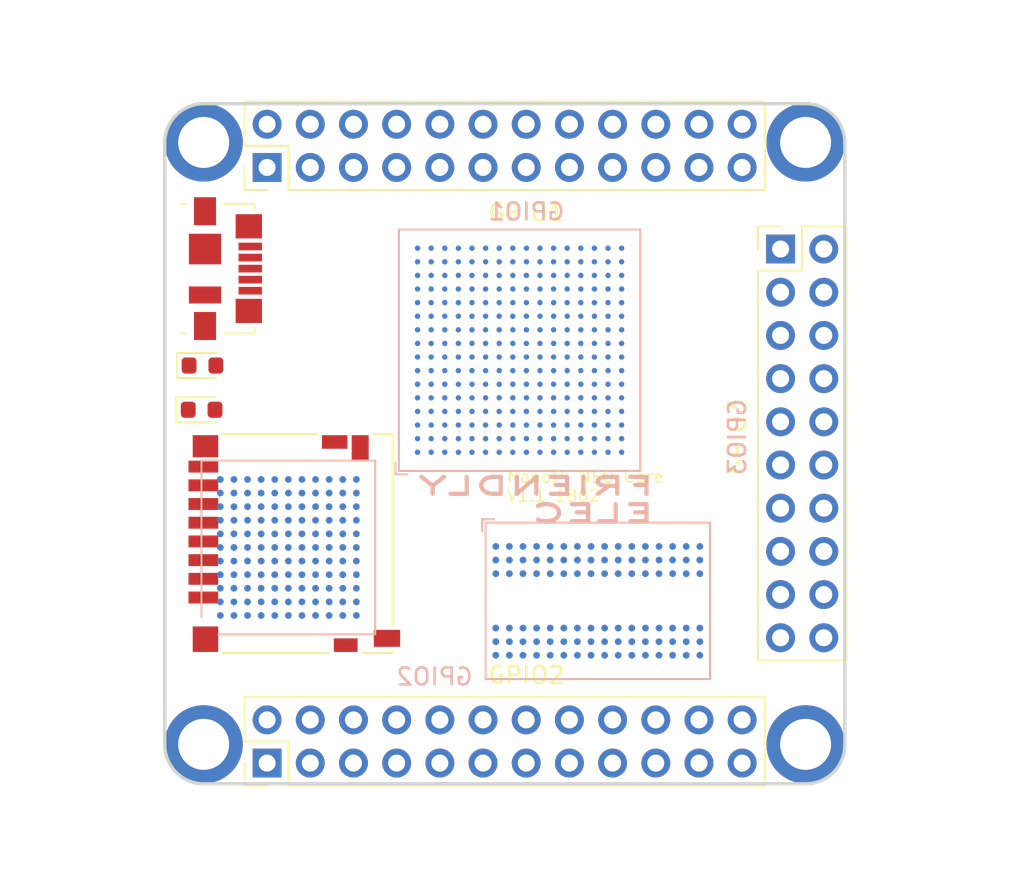
<source format=kicad_pcb>
(kicad_pcb (version 20210228) (generator pcbnew)
  (layers (0 "F.Cu" signal) (31 "B.Cu" signal) (34 "B.Paste" user) (35 "F.Paste" user) (36 "B.SilkS" user "B.Silkscreen") (37 "F.SilkS" user "F.Silkscreen") (38 "B.Mask" user) (39 "F.Mask" user) (44 "Edge.Cuts" user))
  (net 0 "")
  (footprint "Connector_PinHeader_2.54mm:PinHeader_2x12_P2.54mm_Vertical" (layer "F.Cu") (at 88.76 123.09 90)
    (fp_text reference "J1" hide)
    (fp_text value "Conn_02x12_Odd_Even")
    (pad "1" thru_hole rect (at 0 0 90) (size 1.7 1.7) (drill 1) (layers *.Cu *.Mask))
    (pad "2" thru_hole oval (at 2.54 0 90) (size 1.7 1.7) (drill 1) (layers *.Cu *.Mask))
    (pad "3" thru_hole oval (at 0 2.54 90) (size 1.7 1.7) (drill 1) (layers *.Cu *.Mask))
    (pad "4" thru_hole oval (at 2.54 2.54 90) (size 1.7 1.7) (drill 1) (layers *.Cu *.Mask))
    (pad "5" thru_hole oval (at 0 5.08 90) (size 1.7 1.7) (drill 1) (layers *.Cu *.Mask))
    (pad "6" thru_hole oval (at 2.54 5.08 90) (size 1.7 1.7) (drill 1) (layers *.Cu *.Mask))
    (pad "7" thru_hole oval (at 0 7.62 90) (size 1.7 1.7) (drill 1) (layers *.Cu *.Mask))
    (pad "8" thru_hole oval (at 2.54 7.62 90) (size 1.7 1.7) (drill 1) (layers *.Cu *.Mask))
    (pad "9" thru_hole oval (at 0 10.16 90) (size 1.7 1.7) (drill 1) (layers *.Cu *.Mask))
    (pad "10" thru_hole oval (at 2.54 10.16 90) (size 1.7 1.7) (drill 1) (layers *.Cu *.Mask))
    (pad "11" thru_hole oval (at 0 12.7 90) (size 1.7 1.7) (drill 1) (layers *.Cu *.Mask))
    (pad "12" thru_hole oval (at 2.54 12.7 90) (size 1.7 1.7) (drill 1) (layers *.Cu *.Mask))
    (pad "13" thru_hole oval (at 0 15.24 90) (size 1.7 1.7) (drill 1) (layers *.Cu *.Mask))
    (pad "14" thru_hole oval (at 2.54 15.24 90) (size 1.7 1.7) (drill 1) (layers *.Cu *.Mask))
    (pad "15" thru_hole oval (at 0 17.78 90) (size 1.7 1.7) (drill 1) (layers *.Cu *.Mask))
    (pad "16" thru_hole oval (at 2.54 17.78 90) (size 1.7 1.7) (drill 1) (layers *.Cu *.Mask))
    (pad "17" thru_hole oval (at 0 20.32 90) (size 1.7 1.7) (drill 1) (layers *.Cu *.Mask))
    (pad "18" thru_hole oval (at 2.54 20.32 90) (size 1.7 1.7) (drill 1) (layers *.Cu *.Mask))
    (pad "19" thru_hole oval (at 0 22.86 90) (size 1.7 1.7) (drill 1) (layers *.Cu *.Mask))
    (pad "20" thru_hole oval (at 2.54 22.86 90) (size 1.7 1.7) (drill 1) (layers *.Cu *.Mask))
    (pad "21" thru_hole oval (at 0 25.4 90) (size 1.7 1.7) (drill 1) (layers *.Cu *.Mask))
    (pad "22" thru_hole oval (at 2.54 25.4 90) (size 1.7 1.7) (drill 1) (layers *.Cu *.Mask))
    (pad "23" thru_hole oval (at 0 27.94 90) (size 1.7 1.7) (drill 1) (layers *.Cu *.Mask))
    (pad "24" thru_hole oval (at 2.54 27.94 90) (size 1.7 1.7) (drill 1) (layers *.Cu *.Mask))
  )
  (footprint "MountingHole:MountingHole_3mm_Pad" (layer "F.Cu") (at 120.43 121.62)
    (fp_text reference "H4" hide)
    (fp_text value "MountingHole")
    (pad "1" thru_hole circle (at 0 0) (size 4.6 4.6) (drill 3) (layers *.Cu *.Mask))
  )
  (footprint "LED_SMD:LED_0603_1608Metric" (layer "F.Cu") (at 84.91 137.34)
    (fp_text reference "D1" hide)
    (fp_text value "LED")
    (pad "1" smd roundrect (at -0.7875 0) (size 0.875 0.95) (layers "F.Cu" "F.Paste" "F.Mask"))
    (pad "2" smd roundrect (at 0.7875 0) (size 0.875 0.95) (layers "F.Cu" "F.Paste" "F.Mask"))
  )
  (footprint "Connector_Card:microSD_HC_Hirose_DM3D-SF" (layer "F.Cu") (at 90.36 145.21 -90)
    (fp_text reference "J5" hide)
    (fp_text value "Micro_SD_Card")
    (pad "1" smd rect (at 3.175 5.35 270) (size 0.7 1.75) (layers "F.Cu" "F.Paste" "F.Mask"))
    (pad "2" smd rect (at 2.075 5.35 270) (size 0.7 1.75) (layers "F.Cu" "F.Paste" "F.Mask"))
    (pad "3" smd rect (at 0.975 5.35 270) (size 0.7 1.75) (layers "F.Cu" "F.Paste" "F.Mask"))
    (pad "4" smd rect (at -0.125 5.35 270) (size 0.7 1.75) (layers "F.Cu" "F.Paste" "F.Mask"))
    (pad "5" smd rect (at -1.225 5.35 270) (size 0.7 1.75) (layers "F.Cu" "F.Paste" "F.Mask"))
    (pad "6" smd rect (at -2.325 5.35 270) (size 0.7 1.75) (layers "F.Cu" "F.Paste" "F.Mask"))
    (pad "7" smd rect (at -3.425 5.35 270) (size 0.7 1.75) (layers "F.Cu" "F.Paste" "F.Mask"))
    (pad "8" smd rect (at -4.525 5.35 270) (size 0.7 1.75) (layers "F.Cu" "F.Paste" "F.Mask"))
    (pad "9" smd rect (at -5.65 -3.875 270) (size 1.45 1) (layers "F.Cu" "F.Paste" "F.Mask"))
    (pad "10" smd rect (at 5.575 -5.45 270) (size 1 1.55) (layers "F.Cu" "F.Paste" "F.Mask"))
    (pad "11" smd rect (at -5.725 5.225 270) (size 1.3 1.5) (layers "F.Cu" "F.Paste" "F.Mask"))
    (pad "11" smd rect (at -5.975 -2.375 270) (size 0.8 1.5) (layers "F.Cu" "F.Paste" "F.Mask"))
    (pad "11" smd rect (at 5.625 5.225 270) (size 1.5 1.5) (layers "F.Cu" "F.Paste" "F.Mask"))
    (pad "11" smd rect (at 5.975 -3.025 270) (size 0.8 1.4) (layers "F.Cu" "F.Paste" "F.Mask"))
  )
  (footprint "Connector_PinHeader_2.54mm:PinHeader_2x10_P2.54mm_Vertical" (layer "F.Cu") (at 118.96 127.89)
    (fp_text reference "J3" hide)
    (fp_text value "Conn_02x10_Odd_Even")
    (pad "1" thru_hole rect (at 0 0) (size 1.7 1.7) (drill 1) (layers *.Cu *.Mask))
    (pad "2" thru_hole oval (at 2.54 0) (size 1.7 1.7) (drill 1) (layers *.Cu *.Mask))
    (pad "3" thru_hole oval (at 0 2.54) (size 1.7 1.7) (drill 1) (layers *.Cu *.Mask))
    (pad "4" thru_hole oval (at 2.54 2.54) (size 1.7 1.7) (drill 1) (layers *.Cu *.Mask))
    (pad "5" thru_hole oval (at 0 5.08) (size 1.7 1.7) (drill 1) (layers *.Cu *.Mask))
    (pad "6" thru_hole oval (at 2.54 5.08) (size 1.7 1.7) (drill 1) (layers *.Cu *.Mask))
    (pad "7" thru_hole oval (at 0 7.62) (size 1.7 1.7) (drill 1) (layers *.Cu *.Mask))
    (pad "8" thru_hole oval (at 2.54 7.62) (size 1.7 1.7) (drill 1) (layers *.Cu *.Mask))
    (pad "9" thru_hole oval (at 0 10.16) (size 1.7 1.7) (drill 1) (layers *.Cu *.Mask))
    (pad "10" thru_hole oval (at 2.54 10.16) (size 1.7 1.7) (drill 1) (layers *.Cu *.Mask))
    (pad "11" thru_hole oval (at 0 12.7) (size 1.7 1.7) (drill 1) (layers *.Cu *.Mask))
    (pad "12" thru_hole oval (at 2.54 12.7) (size 1.7 1.7) (drill 1) (layers *.Cu *.Mask))
    (pad "13" thru_hole oval (at 0 15.24) (size 1.7 1.7) (drill 1) (layers *.Cu *.Mask))
    (pad "14" thru_hole oval (at 2.54 15.24) (size 1.7 1.7) (drill 1) (layers *.Cu *.Mask))
    (pad "15" thru_hole oval (at 0 17.78) (size 1.7 1.7) (drill 1) (layers *.Cu *.Mask))
    (pad "16" thru_hole oval (at 2.54 17.78) (size 1.7 1.7) (drill 1) (layers *.Cu *.Mask))
    (pad "17" thru_hole oval (at 0 20.32) (size 1.7 1.7) (drill 1) (layers *.Cu *.Mask))
    (pad "18" thru_hole oval (at 2.54 20.32) (size 1.7 1.7) (drill 1) (layers *.Cu *.Mask))
    (pad "19" thru_hole oval (at 0 22.86) (size 1.7 1.7) (drill 1) (layers *.Cu *.Mask))
    (pad "20" thru_hole oval (at 2.54 22.86) (size 1.7 1.7) (drill 1) (layers *.Cu *.Mask))
  )
  (footprint "MountingHole:MountingHole_3mm_Pad" (layer "F.Cu") (at 120.43 157.02)
    (fp_text reference "H3" hide)
    (fp_text value "MountingHole")
    (pad "1" thru_hole circle (at 0 0) (size 4.6 4.6) (drill 3) (layers *.Cu *.Mask))
  )
  (footprint "MountingHole:MountingHole_3mm_Pad" (layer "F.Cu") (at 85.03 121.62)
    (fp_text reference "H1" hide)
    (fp_text value "MountingHole")
    (pad "1" thru_hole circle (at 0 0) (size 4.6 4.6) (drill 3) (layers *.Cu *.Mask))
  )
  (footprint "Connector_USB:USB_Micro-B_Molex_47346-0001" (layer "F.Cu") (at 86.31 129.04 -90)
    (fp_text reference "J4" hide)
    (fp_text value "USB_OTG")
    (pad "1" smd rect (at -1.3 -1.46 270) (size 0.45 1.38) (layers "F.Cu" "F.Paste" "F.Mask"))
    (pad "2" smd rect (at -0.65 -1.46 270) (size 0.45 1.38) (layers "F.Cu" "F.Paste" "F.Mask"))
    (pad "3" smd rect (at 0 -1.46 270) (size 0.45 1.38) (layers "F.Cu" "F.Paste" "F.Mask"))
    (pad "4" smd rect (at 0.65 -1.46 270) (size 0.45 1.38) (layers "F.Cu" "F.Paste" "F.Mask"))
    (pad "5" smd rect (at 1.3 -1.46 270) (size 0.45 1.38) (layers "F.Cu" "F.Paste" "F.Mask"))
    (pad "6" smd rect (at -1.15 1.2 270) (size 1.8 1.9) (layers "F.Cu" "F.Paste" "F.Mask"))
    (pad "6" smd rect (at -3.375 1.2 270) (size 1.65 1.3) (layers "F.Cu" "F.Paste" "F.Mask"))
    (pad "6" smd rect (at -2.4875 -1.375 270) (size 1.425 1.55) (layers "F.Cu" "F.Paste" "F.Mask"))
    (pad "6" smd rect (at 1.55 1.2 270) (size 1 1.9) (layers "F.Cu" "F.Paste" "F.Mask"))
    (pad "6" smd rect (at 2.4875 -1.375 270) (size 1.425 1.55) (layers "F.Cu" "F.Paste" "F.Mask"))
    (pad "6" smd rect (at 3.375 1.2 270) (size 1.65 1.3) (layers "F.Cu" "F.Paste" "F.Mask"))
  )
  (footprint "MountingHole:MountingHole_3mm_Pad" (layer "F.Cu") (at 85.03 157.02)
    (fp_text reference "H2" hide)
    (fp_text value "MountingHole")
    (pad "1" thru_hole circle (at 0 0) (size 4.6 4.6) (drill 3) (layers *.Cu *.Mask))
  )
  (footprint "Connector_PinHeader_2.54mm:PinHeader_2x12_P2.54mm_Vertical" (layer "F.Cu") (at 88.76 158.12 90)
    (fp_text reference "J2" hide)
    (fp_text value "Conn_02x12_Odd_Even")
    (pad "1" thru_hole rect (at 0 0 90) (size 1.7 1.7) (drill 1) (layers *.Cu *.Mask))
    (pad "2" thru_hole oval (at 2.54 0 90) (size 1.7 1.7) (drill 1) (layers *.Cu *.Mask))
    (pad "3" thru_hole oval (at 0 2.54 90) (size 1.7 1.7) (drill 1) (layers *.Cu *.Mask))
    (pad "4" thru_hole oval (at 2.54 2.54 90) (size 1.7 1.7) (drill 1) (layers *.Cu *.Mask))
    (pad "5" thru_hole oval (at 0 5.08 90) (size 1.7 1.7) (drill 1) (layers *.Cu *.Mask))
    (pad "6" thru_hole oval (at 2.54 5.08 90) (size 1.7 1.7) (drill 1) (layers *.Cu *.Mask))
    (pad "7" thru_hole oval (at 0 7.62 90) (size 1.7 1.7) (drill 1) (layers *.Cu *.Mask))
    (pad "8" thru_hole oval (at 2.54 7.62 90) (size 1.7 1.7) (drill 1) (layers *.Cu *.Mask))
    (pad "9" thru_hole oval (at 0 10.16 90) (size 1.7 1.7) (drill 1) (layers *.Cu *.Mask))
    (pad "10" thru_hole oval (at 2.54 10.16 90) (size 1.7 1.7) (drill 1) (layers *.Cu *.Mask))
    (pad "11" thru_hole oval (at 0 12.7 90) (size 1.7 1.7) (drill 1) (layers *.Cu *.Mask))
    (pad "12" thru_hole oval (at 2.54 12.7 90) (size 1.7 1.7) (drill 1) (layers *.Cu *.Mask))
    (pad "13" thru_hole oval (at 0 15.24 90) (size 1.7 1.7) (drill 1) (layers *.Cu *.Mask))
    (pad "14" thru_hole oval (at 2.54 15.24 90) (size 1.7 1.7) (drill 1) (layers *.Cu *.Mask))
    (pad "15" thru_hole oval (at 0 17.78 90) (size 1.7 1.7) (drill 1) (layers *.Cu *.Mask))
    (pad "16" thru_hole oval (at 2.54 17.78 90) (size 1.7 1.7) (drill 1) (layers *.Cu *.Mask))
    (pad "17" thru_hole oval (at 0 20.32 90) (size 1.7 1.7) (drill 1) (layers *.Cu *.Mask))
    (pad "18" thru_hole oval (at 2.54 20.32 90) (size 1.7 1.7) (drill 1) (layers *.Cu *.Mask))
    (pad "19" thru_hole oval (at 0 22.86 90) (size 1.7 1.7) (drill 1) (layers *.Cu *.Mask))
    (pad "20" thru_hole oval (at 2.54 22.86 90) (size 1.7 1.7) (drill 1) (layers *.Cu *.Mask))
    (pad "21" thru_hole oval (at 0 25.4 90) (size 1.7 1.7) (drill 1) (layers *.Cu *.Mask))
    (pad "22" thru_hole oval (at 2.54 25.4 90) (size 1.7 1.7) (drill 1) (layers *.Cu *.Mask))
    (pad "23" thru_hole oval (at 0 27.94 90) (size 1.7 1.7) (drill 1) (layers *.Cu *.Mask))
    (pad "24" thru_hole oval (at 2.54 27.94 90) (size 1.7 1.7) (drill 1) (layers *.Cu *.Mask))
  )
  (footprint "LED_SMD:LED_0603_1608Metric" (layer "F.Cu") (at 84.96 134.74)
    (fp_text reference "D2" hide)
    (fp_text value "LED")
    (pad "1" smd roundrect (at -0.7875 0) (size 0.875 0.95) (layers "F.Cu" "F.Paste" "F.Mask"))
    (pad "2" smd roundrect (at 0.7875 0) (size 0.875 0.95) (layers "F.Cu" "F.Paste" "F.Mask"))
  )
  (footprint "Package_BGA:BGA-96_9.0x13.0mm_Layout2x3x16_P0.8mm" (layer "B.Cu") (at 108.21 148.58 -90)
    (fp_text reference "REF**" hide)
    (fp_text value "BGA-96_9.0x13.0mm_Layout2x3x16_P0.8mm")
    (pad "A1" smd circle (at -3.2 6 270) (size 0.4 0.4) (layers "B.Cu" "B.Paste" "B.Mask"))
    (pad "A2" smd circle (at -2.4 6 270) (size 0.4 0.4) (layers "B.Cu" "B.Paste" "B.Mask"))
    (pad "A3" smd circle (at -1.6 6 270) (size 0.4 0.4) (layers "B.Cu" "B.Paste" "B.Mask"))
    (pad "A7" smd circle (at 1.6 6 270) (size 0.4 0.4) (layers "B.Cu" "B.Paste" "B.Mask"))
    (pad "A8" smd circle (at 2.4 6 270) (size 0.4 0.4) (layers "B.Cu" "B.Paste" "B.Mask"))
    (pad "A9" smd circle (at 3.2 6 270) (size 0.4 0.4) (layers "B.Cu" "B.Paste" "B.Mask"))
    (pad "B1" smd circle (at -3.2 5.2 270) (size 0.4 0.4) (layers "B.Cu" "B.Paste" "B.Mask"))
    (pad "B2" smd circle (at -2.4 5.2 270) (size 0.4 0.4) (layers "B.Cu" "B.Paste" "B.Mask"))
    (pad "B3" smd circle (at -1.6 5.2 270) (size 0.4 0.4) (layers "B.Cu" "B.Paste" "B.Mask"))
    (pad "B7" smd circle (at 1.6 5.2 270) (size 0.4 0.4) (layers "B.Cu" "B.Paste" "B.Mask"))
    (pad "B8" smd circle (at 2.4 5.2 270) (size 0.4 0.4) (layers "B.Cu" "B.Paste" "B.Mask"))
    (pad "B9" smd circle (at 3.2 5.2 270) (size 0.4 0.4) (layers "B.Cu" "B.Paste" "B.Mask"))
    (pad "C1" smd circle (at -3.2 4.4 270) (size 0.4 0.4) (layers "B.Cu" "B.Paste" "B.Mask"))
    (pad "C2" smd circle (at -2.4 4.4 270) (size 0.4 0.4) (layers "B.Cu" "B.Paste" "B.Mask"))
    (pad "C3" smd circle (at -1.6 4.4 270) (size 0.4 0.4) (layers "B.Cu" "B.Paste" "B.Mask"))
    (pad "C7" smd circle (at 1.6 4.4 270) (size 0.4 0.4) (layers "B.Cu" "B.Paste" "B.Mask"))
    (pad "C8" smd circle (at 2.4 4.4 270) (size 0.4 0.4) (layers "B.Cu" "B.Paste" "B.Mask"))
    (pad "C9" smd circle (at 3.2 4.4 270) (size 0.4 0.4) (layers "B.Cu" "B.Paste" "B.Mask"))
    (pad "D1" smd circle (at -3.2 3.6 270) (size 0.4 0.4) (layers "B.Cu" "B.Paste" "B.Mask"))
    (pad "D2" smd circle (at -2.4 3.6 270) (size 0.4 0.4) (layers "B.Cu" "B.Paste" "B.Mask"))
    (pad "D3" smd circle (at -1.6 3.6 270) (size 0.4 0.4) (layers "B.Cu" "B.Paste" "B.Mask"))
    (pad "D7" smd circle (at 1.6 3.6 270) (size 0.4 0.4) (layers "B.Cu" "B.Paste" "B.Mask"))
    (pad "D8" smd circle (at 2.4 3.6 270) (size 0.4 0.4) (layers "B.Cu" "B.Paste" "B.Mask"))
    (pad "D9" smd circle (at 3.2 3.6 270) (size 0.4 0.4) (layers "B.Cu" "B.Paste" "B.Mask"))
    (pad "E1" smd circle (at -3.2 2.8 270) (size 0.4 0.4) (layers "B.Cu" "B.Paste" "B.Mask"))
    (pad "E2" smd circle (at -2.4 2.8 270) (size 0.4 0.4) (layers "B.Cu" "B.Paste" "B.Mask"))
    (pad "E3" smd circle (at -1.6 2.8 270) (size 0.4 0.4) (layers "B.Cu" "B.Paste" "B.Mask"))
    (pad "E7" smd circle (at 1.6 2.8 270) (size 0.4 0.4) (layers "B.Cu" "B.Paste" "B.Mask"))
    (pad "E8" smd circle (at 2.4 2.8 270) (size 0.4 0.4) (layers "B.Cu" "B.Paste" "B.Mask"))
    (pad "E9" smd circle (at 3.2 2.8 270) (size 0.4 0.4) (layers "B.Cu" "B.Paste" "B.Mask"))
    (pad "F1" smd circle (at -3.2 2 270) (size 0.4 0.4) (layers "B.Cu" "B.Paste" "B.Mask"))
    (pad "F2" smd circle (at -2.4 2 270) (size 0.4 0.4) (layers "B.Cu" "B.Paste" "B.Mask"))
    (pad "F3" smd circle (at -1.6 2 270) (size 0.4 0.4) (layers "B.Cu" "B.Paste" "B.Mask"))
    (pad "F7" smd circle (at 1.6 2 270) (size 0.4 0.4) (layers "B.Cu" "B.Paste" "B.Mask"))
    (pad "F8" smd circle (at 2.4 2 270) (size 0.4 0.4) (layers "B.Cu" "B.Paste" "B.Mask"))
    (pad "F9" smd circle (at 3.2 2 270) (size 0.4 0.4) (layers "B.Cu" "B.Paste" "B.Mask"))
    (pad "G1" smd circle (at -3.2 1.2 270) (size 0.4 0.4) (layers "B.Cu" "B.Paste" "B.Mask"))
    (pad "G2" smd circle (at -2.4 1.2 270) (size 0.4 0.4) (layers "B.Cu" "B.Paste" "B.Mask"))
    (pad "G3" smd circle (at -1.6 1.2 270) (size 0.4 0.4) (layers "B.Cu" "B.Paste" "B.Mask"))
    (pad "G7" smd circle (at 1.6 1.2 270) (size 0.4 0.4) (layers "B.Cu" "B.Paste" "B.Mask"))
    (pad "G8" smd circle (at 2.4 1.2 270) (size 0.4 0.4) (layers "B.Cu" "B.Paste" "B.Mask"))
    (pad "G9" smd circle (at 3.2 1.2 270) (size 0.4 0.4) (layers "B.Cu" "B.Paste" "B.Mask"))
    (pad "H1" smd circle (at -3.2 0.4 270) (size 0.4 0.4) (layers "B.Cu" "B.Paste" "B.Mask"))
    (pad "H2" smd circle (at -2.4 0.4 270) (size 0.4 0.4) (layers "B.Cu" "B.Paste" "B.Mask"))
    (pad "H3" smd circle (at -1.6 0.4 270) (size 0.4 0.4) (layers "B.Cu" "B.Paste" "B.Mask"))
    (pad "H7" smd circle (at 1.6 0.4 270) (size 0.4 0.4) (layers "B.Cu" "B.Paste" "B.Mask"))
    (pad "H8" smd circle (at 2.4 0.4 270) (size 0.4 0.4) (layers "B.Cu" "B.Paste" "B.Mask"))
    (pad "H9" smd circle (at 3.2 0.4 270) (size 0.4 0.4) (layers "B.Cu" "B.Paste" "B.Mask"))
    (pad "J1" smd circle (at -3.2 -0.4 270) (size 0.4 0.4) (layers "B.Cu" "B.Paste" "B.Mask"))
    (pad "J2" smd circle (at -2.4 -0.4 270) (size 0.4 0.4) (layers "B.Cu" "B.Paste" "B.Mask"))
    (pad "J3" smd circle (at -1.6 -0.4 270) (size 0.4 0.4) (layers "B.Cu" "B.Paste" "B.Mask"))
    (pad "J7" smd circle (at 1.6 -0.4 270) (size 0.4 0.4) (layers "B.Cu" "B.Paste" "B.Mask"))
    (pad "J8" smd circle (at 2.4 -0.4 270) (size 0.4 0.4) (layers "B.Cu" "B.Paste" "B.Mask"))
    (pad "J9" smd circle (at 3.2 -0.4 270) (size 0.4 0.4) (layers "B.Cu" "B.Paste" "B.Mask"))
    (pad "K1" smd circle (at -3.2 -1.2 270) (size 0.4 0.4) (layers "B.Cu" "B.Paste" "B.Mask"))
    (pad "K2" smd circle (at -2.4 -1.2 270) (size 0.4 0.4) (layers "B.Cu" "B.Paste" "B.Mask"))
    (pad "K3" smd circle (at -1.6 -1.2 270) (size 0.4 0.4) (layers "B.Cu" "B.Paste" "B.Mask"))
    (pad "K7" smd circle (at 1.6 -1.2 270) (size 0.4 0.4) (layers "B.Cu" "B.Paste" "B.Mask"))
    (pad "K8" smd circle (at 2.4 -1.2 270) (size 0.4 0.4) (layers "B.Cu" "B.Paste" "B.Mask"))
    (pad "K9" smd circle (at 3.2 -1.2 270) (size 0.4 0.4) (layers "B.Cu" "B.Paste" "B.Mask"))
    (pad "L1" smd circle (at -3.2 -2 270) (size 0.4 0.4) (layers "B.Cu" "B.Paste" "B.Mask"))
    (pad "L2" smd circle (at -2.4 -2 270) (size 0.4 0.4) (layers "B.Cu" "B.Paste" "B.Mask"))
    (pad "L3" smd circle (at -1.6 -2 270) (size 0.4 0.4) (layers "B.Cu" "B.Paste" "B.Mask"))
    (pad "L7" smd circle (at 1.6 -2 270) (size 0.4 0.4) (layers "B.Cu" "B.Paste" "B.Mask"))
    (pad "L8" smd circle (at 2.4 -2 270) (size 0.4 0.4) (layers "B.Cu" "B.Paste" "B.Mask"))
    (pad "L9" smd circle (at 3.2 -2 270) (size 0.4 0.4) (layers "B.Cu" "B.Paste" "B.Mask"))
    (pad "M1" smd circle (at -3.2 -2.8 270) (size 0.4 0.4) (layers "B.Cu" "B.Paste" "B.Mask"))
    (pad "M2" smd circle (at -2.4 -2.8 270) (size 0.4 0.4) (layers "B.Cu" "B.Paste" "B.Mask"))
    (pad "M3" smd circle (at -1.6 -2.8 270) (size 0.4 0.4) (layers "B.Cu" "B.Paste" "B.Mask"))
    (pad "M7" smd circle (at 1.6 -2.8 270) (size 0.4 0.4) (layers "B.Cu" "B.Paste" "B.Mask"))
    (pad "M8" smd circle (at 2.4 -2.8 270) (size 0.4 0.4) (layers "B.Cu" "B.Paste" "B.Mask"))
    (pad "M9" smd circle (at 3.2 -2.8 270) (size 0.4 0.4) (layers "B.Cu" "B.Paste" "B.Mask"))
    (pad "N1" smd circle (at -3.2 -3.6 270) (size 0.4 0.4) (layers "B.Cu" "B.Paste" "B.Mask"))
    (pad "N2" smd circle (at -2.4 -3.6 270) (size 0.4 0.4) (layers "B.Cu" "B.Paste" "B.Mask"))
    (pad "N3" smd circle (at -1.6 -3.6 270) (size 0.4 0.4) (layers "B.Cu" "B.Paste" "B.Mask"))
    (pad "N7" smd circle (at 1.6 -3.6 270) (size 0.4 0.4) (layers "B.Cu" "B.Paste" "B.Mask"))
    (pad "N8" smd circle (at 2.4 -3.6 270) (size 0.4 0.4) (layers "B.Cu" "B.Paste" "B.Mask"))
    (pad "N9" smd circle (at 3.2 -3.6 270) (size 0.4 0.4) (layers "B.Cu" "B.Paste" "B.Mask"))
    (pad "P1" smd circle (at -3.2 -4.4 270) (size 0.4 0.4) (layers "B.Cu" "B.Paste" "B.Mask"))
    (pad "P2" smd circle (at -2.4 -4.4 270) (size 0.4 0.4) (layers "B.Cu" "B.Paste" "B.Mask"))
    (pad "P3" smd circle (at -1.6 -4.4 270) (size 0.4 0.4) (layers "B.Cu" "B.Paste" "B.Mask"))
    (pad "P7" smd circle (at 1.6 -4.4 270) (size 0.4 0.4) (layers "B.Cu" "B.Paste" "B.Mask"))
    (pad "P8" smd circle (at 2.4 -4.4 270) (size 0.4 0.4) (layers "B.Cu" "B.Paste" "B.Mask"))
    (pad "P9" smd circle (at 3.2 -4.4 270) (size 0.4 0.4) (layers "B.Cu" "B.Paste" "B.Mask"))
    (pad "R1" smd circle (at -3.2 -5.2 270) (size 0.4 0.4) (layers "B.Cu" "B.Paste" "B.Mask"))
    (pad "R2" smd circle (at -2.4 -5.2 270) (size 0.4 0.4) (layers "B.Cu" "B.Paste" "B.Mask"))
    (pad "R3" smd circle (at -1.6 -5.2 270) (size 0.4 0.4) (layers "B.Cu" "B.Paste" "B.Mask"))
    (pad "R7" smd circle (at 1.6 -5.2 270) (size 0.4 0.4) (layers "B.Cu" "B.Paste" "B.Mask"))
    (pad "R8" smd circle (at 2.4 -5.2 270) (size 0.4 0.4) (layers "B.Cu" "B.Paste" "B.Mask"))
    (pad "R9" smd circle (at 3.2 -5.2 270) (size 0.4 0.4) (layers "B.Cu" "B.Paste" "B.Mask"))
    (pad "T1" smd circle (at -3.2 -6 270) (size 0.4 0.4) (layers "B.Cu" "B.Paste" "B.Mask"))
    (pad "T2" smd circle (at -2.4 -6 270) (size 0.4 0.4) (layers "B.Cu" "B.Paste" "B.Mask"))
    (pad "T3" smd circle (at -1.6 -6 270) (size 0.4 0.4) (layers "B.Cu" "B.Paste" "B.Mask"))
    (pad "T7" smd circle (at 1.6 -6 270) (size 0.4 0.4) (layers "B.Cu" "B.Paste" "B.Mask"))
    (pad "T8" smd circle (at 2.4 -6 270) (size 0.4 0.4) (layers "B.Cu" "B.Paste" "B.Mask"))
    (pad "T9" smd circle (at 3.2 -6 270) (size 0.4 0.4) (layers "B.Cu" "B.Paste" "B.Mask"))
  )
  (footprint "Package_BGA:BGA-256_14.0x14.0mm_Layout16x16_P0.8mm_Ball0.45mm_Pad0.32mm_NSMD" (layer "B.Cu") (at 103.61 133.84)
    (fp_text reference "REF**" hide)
    (fp_text value "BGA-256_14.0x14.0mm_Layout16x16_P0.8mm_Ball0.45mm_Pad0.32mm_NSMD")
    (pad "A1" smd circle (at -6 6) (size 0.32 0.32) (layers "B.Cu" "B.Paste" "B.Mask"))
    (pad "A2" smd circle (at -5.2 6) (size 0.32 0.32) (layers "B.Cu" "B.Paste" "B.Mask"))
    (pad "A3" smd circle (at -4.4 6) (size 0.32 0.32) (layers "B.Cu" "B.Paste" "B.Mask"))
    (pad "A4" smd circle (at -3.6 6) (size 0.32 0.32) (layers "B.Cu" "B.Paste" "B.Mask"))
    (pad "A5" smd circle (at -2.8 6) (size 0.32 0.32) (layers "B.Cu" "B.Paste" "B.Mask"))
    (pad "A6" smd circle (at -2 6) (size 0.32 0.32) (layers "B.Cu" "B.Paste" "B.Mask"))
    (pad "A7" smd circle (at -1.2 6) (size 0.32 0.32) (layers "B.Cu" "B.Paste" "B.Mask"))
    (pad "A8" smd circle (at -0.4 6) (size 0.32 0.32) (layers "B.Cu" "B.Paste" "B.Mask"))
    (pad "A9" smd circle (at 0.4 6) (size 0.32 0.32) (layers "B.Cu" "B.Paste" "B.Mask"))
    (pad "A10" smd circle (at 1.2 6) (size 0.32 0.32) (layers "B.Cu" "B.Paste" "B.Mask"))
    (pad "A11" smd circle (at 2 6) (size 0.32 0.32) (layers "B.Cu" "B.Paste" "B.Mask"))
    (pad "A12" smd circle (at 2.8 6) (size 0.32 0.32) (layers "B.Cu" "B.Paste" "B.Mask"))
    (pad "A13" smd circle (at 3.6 6) (size 0.32 0.32) (layers "B.Cu" "B.Paste" "B.Mask"))
    (pad "A14" smd circle (at 4.4 6) (size 0.32 0.32) (layers "B.Cu" "B.Paste" "B.Mask"))
    (pad "A15" smd circle (at 5.2 6) (size 0.32 0.32) (layers "B.Cu" "B.Paste" "B.Mask"))
    (pad "A16" smd circle (at 6 6) (size 0.32 0.32) (layers "B.Cu" "B.Paste" "B.Mask"))
    (pad "B1" smd circle (at -6 5.2) (size 0.32 0.32) (layers "B.Cu" "B.Paste" "B.Mask"))
    (pad "B2" smd circle (at -5.2 5.2) (size 0.32 0.32) (layers "B.Cu" "B.Paste" "B.Mask"))
    (pad "B3" smd circle (at -4.4 5.2) (size 0.32 0.32) (layers "B.Cu" "B.Paste" "B.Mask"))
    (pad "B4" smd circle (at -3.6 5.2) (size 0.32 0.32) (layers "B.Cu" "B.Paste" "B.Mask"))
    (pad "B5" smd circle (at -2.8 5.2) (size 0.32 0.32) (layers "B.Cu" "B.Paste" "B.Mask"))
    (pad "B6" smd circle (at -2 5.2) (size 0.32 0.32) (layers "B.Cu" "B.Paste" "B.Mask"))
    (pad "B7" smd circle (at -1.2 5.2) (size 0.32 0.32) (layers "B.Cu" "B.Paste" "B.Mask"))
    (pad "B8" smd circle (at -0.4 5.2) (size 0.32 0.32) (layers "B.Cu" "B.Paste" "B.Mask"))
    (pad "B9" smd circle (at 0.4 5.2) (size 0.32 0.32) (layers "B.Cu" "B.Paste" "B.Mask"))
    (pad "B10" smd circle (at 1.2 5.2) (size 0.32 0.32) (layers "B.Cu" "B.Paste" "B.Mask"))
    (pad "B11" smd circle (at 2 5.2) (size 0.32 0.32) (layers "B.Cu" "B.Paste" "B.Mask"))
    (pad "B12" smd circle (at 2.8 5.2) (size 0.32 0.32) (layers "B.Cu" "B.Paste" "B.Mask"))
    (pad "B13" smd circle (at 3.6 5.2) (size 0.32 0.32) (layers "B.Cu" "B.Paste" "B.Mask"))
    (pad "B14" smd circle (at 4.4 5.2) (size 0.32 0.32) (layers "B.Cu" "B.Paste" "B.Mask"))
    (pad "B15" smd circle (at 5.2 5.2) (size 0.32 0.32) (layers "B.Cu" "B.Paste" "B.Mask"))
    (pad "B16" smd circle (at 6 5.2) (size 0.32 0.32) (layers "B.Cu" "B.Paste" "B.Mask"))
    (pad "C1" smd circle (at -6 4.4) (size 0.32 0.32) (layers "B.Cu" "B.Paste" "B.Mask"))
    (pad "C2" smd circle (at -5.2 4.4) (size 0.32 0.32) (layers "B.Cu" "B.Paste" "B.Mask"))
    (pad "C3" smd circle (at -4.4 4.4) (size 0.32 0.32) (layers "B.Cu" "B.Paste" "B.Mask"))
    (pad "C4" smd circle (at -3.6 4.4) (size 0.32 0.32) (layers "B.Cu" "B.Paste" "B.Mask"))
    (pad "C5" smd circle (at -2.8 4.4) (size 0.32 0.32) (layers "B.Cu" "B.Paste" "B.Mask"))
    (pad "C6" smd circle (at -2 4.4) (size 0.32 0.32) (layers "B.Cu" "B.Paste" "B.Mask"))
    (pad "C7" smd circle (at -1.2 4.4) (size 0.32 0.32) (layers "B.Cu" "B.Paste" "B.Mask"))
    (pad "C8" smd circle (at -0.4 4.4) (size 0.32 0.32) (layers "B.Cu" "B.Paste" "B.Mask"))
    (pad "C9" smd circle (at 0.4 4.4) (size 0.32 0.32) (layers "B.Cu" "B.Paste" "B.Mask"))
    (pad "C10" smd circle (at 1.2 4.4) (size 0.32 0.32) (layers "B.Cu" "B.Paste" "B.Mask"))
    (pad "C11" smd circle (at 2 4.4) (size 0.32 0.32) (layers "B.Cu" "B.Paste" "B.Mask"))
    (pad "C12" smd circle (at 2.8 4.4) (size 0.32 0.32) (layers "B.Cu" "B.Paste" "B.Mask"))
    (pad "C13" smd circle (at 3.6 4.4) (size 0.32 0.32) (layers "B.Cu" "B.Paste" "B.Mask"))
    (pad "C14" smd circle (at 4.4 4.4) (size 0.32 0.32) (layers "B.Cu" "B.Paste" "B.Mask"))
    (pad "C15" smd circle (at 5.2 4.4) (size 0.32 0.32) (layers "B.Cu" "B.Paste" "B.Mask"))
    (pad "C16" smd circle (at 6 4.4) (size 0.32 0.32) (layers "B.Cu" "B.Paste" "B.Mask"))
    (pad "D1" smd circle (at -6 3.6) (size 0.32 0.32) (layers "B.Cu" "B.Paste" "B.Mask"))
    (pad "D2" smd circle (at -5.2 3.6) (size 0.32 0.32) (layers "B.Cu" "B.Paste" "B.Mask"))
    (pad "D3" smd circle (at -4.4 3.6) (size 0.32 0.32) (layers "B.Cu" "B.Paste" "B.Mask"))
    (pad "D4" smd circle (at -3.6 3.6) (size 0.32 0.32) (layers "B.Cu" "B.Paste" "B.Mask"))
    (pad "D5" smd circle (at -2.8 3.6) (size 0.32 0.32) (layers "B.Cu" "B.Paste" "B.Mask"))
    (pad "D6" smd circle (at -2 3.6) (size 0.32 0.32) (layers "B.Cu" "B.Paste" "B.Mask"))
    (pad "D7" smd circle (at -1.2 3.6) (size 0.32 0.32) (layers "B.Cu" "B.Paste" "B.Mask"))
    (pad "D8" smd circle (at -0.4 3.6) (size 0.32 0.32) (layers "B.Cu" "B.Paste" "B.Mask"))
    (pad "D9" smd circle (at 0.4 3.6) (size 0.32 0.32) (layers "B.Cu" "B.Paste" "B.Mask"))
    (pad "D10" smd circle (at 1.2 3.6) (size 0.32 0.32) (layers "B.Cu" "B.Paste" "B.Mask"))
    (pad "D11" smd circle (at 2 3.6) (size 0.32 0.32) (layers "B.Cu" "B.Paste" "B.Mask"))
    (pad "D12" smd circle (at 2.8 3.6) (size 0.32 0.32) (layers "B.Cu" "B.Paste" "B.Mask"))
    (pad "D13" smd circle (at 3.6 3.6) (size 0.32 0.32) (layers "B.Cu" "B.Paste" "B.Mask"))
    (pad "D14" smd circle (at 4.4 3.6) (size 0.32 0.32) (layers "B.Cu" "B.Paste" "B.Mask"))
    (pad "D15" smd circle (at 5.2 3.6) (size 0.32 0.32) (layers "B.Cu" "B.Paste" "B.Mask"))
    (pad "D16" smd circle (at 6 3.6) (size 0.32 0.32) (layers "B.Cu" "B.Paste" "B.Mask"))
    (pad "E1" smd circle (at -6 2.8) (size 0.32 0.32) (layers "B.Cu" "B.Paste" "B.Mask"))
    (pad "E2" smd circle (at -5.2 2.8) (size 0.32 0.32) (layers "B.Cu" "B.Paste" "B.Mask"))
    (pad "E3" smd circle (at -4.4 2.8) (size 0.32 0.32) (layers "B.Cu" "B.Paste" "B.Mask"))
    (pad "E4" smd circle (at -3.6 2.8) (size 0.32 0.32) (layers "B.Cu" "B.Paste" "B.Mask"))
    (pad "E5" smd circle (at -2.8 2.8) (size 0.32 0.32) (layers "B.Cu" "B.Paste" "B.Mask"))
    (pad "E6" smd circle (at -2 2.8) (size 0.32 0.32) (layers "B.Cu" "B.Paste" "B.Mask"))
    (pad "E7" smd circle (at -1.2 2.8) (size 0.32 0.32) (layers "B.Cu" "B.Paste" "B.Mask"))
    (pad "E8" smd circle (at -0.4 2.8) (size 0.32 0.32) (layers "B.Cu" "B.Paste" "B.Mask"))
    (pad "E9" smd circle (at 0.4 2.8) (size 0.32 0.32) (layers "B.Cu" "B.Paste" "B.Mask"))
    (pad "E10" smd circle (at 1.2 2.8) (size 0.32 0.32) (layers "B.Cu" "B.Paste" "B.Mask"))
    (pad "E11" smd circle (at 2 2.8) (size 0.32 0.32) (layers "B.Cu" "B.Paste" "B.Mask"))
    (pad "E12" smd circle (at 2.8 2.8) (size 0.32 0.32) (layers "B.Cu" "B.Paste" "B.Mask"))
    (pad "E13" smd circle (at 3.6 2.8) (size 0.32 0.32) (layers "B.Cu" "B.Paste" "B.Mask"))
    (pad "E14" smd circle (at 4.4 2.8) (size 0.32 0.32) (layers "B.Cu" "B.Paste" "B.Mask"))
    (pad "E15" smd circle (at 5.2 2.8) (size 0.32 0.32) (layers "B.Cu" "B.Paste" "B.Mask"))
    (pad "E16" smd circle (at 6 2.8) (size 0.32 0.32) (layers "B.Cu" "B.Paste" "B.Mask"))
    (pad "F1" smd circle (at -6 2) (size 0.32 0.32) (layers "B.Cu" "B.Paste" "B.Mask"))
    (pad "F2" smd circle (at -5.2 2) (size 0.32 0.32) (layers "B.Cu" "B.Paste" "B.Mask"))
    (pad "F3" smd circle (at -4.4 2) (size 0.32 0.32) (layers "B.Cu" "B.Paste" "B.Mask"))
    (pad "F4" smd circle (at -3.6 2) (size 0.32 0.32) (layers "B.Cu" "B.Paste" "B.Mask"))
    (pad "F5" smd circle (at -2.8 2) (size 0.32 0.32) (layers "B.Cu" "B.Paste" "B.Mask"))
    (pad "F6" smd circle (at -2 2) (size 0.32 0.32) (layers "B.Cu" "B.Paste" "B.Mask"))
    (pad "F7" smd circle (at -1.2 2) (size 0.32 0.32) (layers "B.Cu" "B.Paste" "B.Mask"))
    (pad "F8" smd circle (at -0.4 2) (size 0.32 0.32) (layers "B.Cu" "B.Paste" "B.Mask"))
    (pad "F9" smd circle (at 0.4 2) (size 0.32 0.32) (layers "B.Cu" "B.Paste" "B.Mask"))
    (pad "F10" smd circle (at 1.2 2) (size 0.32 0.32) (layers "B.Cu" "B.Paste" "B.Mask"))
    (pad "F11" smd circle (at 2 2) (size 0.32 0.32) (layers "B.Cu" "B.Paste" "B.Mask"))
    (pad "F12" smd circle (at 2.8 2) (size 0.32 0.32) (layers "B.Cu" "B.Paste" "B.Mask"))
    (pad "F13" smd circle (at 3.6 2) (size 0.32 0.32) (layers "B.Cu" "B.Paste" "B.Mask"))
    (pad "F14" smd circle (at 4.4 2) (size 0.32 0.32) (layers "B.Cu" "B.Paste" "B.Mask"))
    (pad "F15" smd circle (at 5.2 2) (size 0.32 0.32) (layers "B.Cu" "B.Paste" "B.Mask"))
    (pad "F16" smd circle (at 6 2) (size 0.32 0.32) (layers "B.Cu" "B.Paste" "B.Mask"))
    (pad "G1" smd circle (at -6 1.2) (size 0.32 0.32) (layers "B.Cu" "B.Paste" "B.Mask"))
    (pad "G2" smd circle (at -5.2 1.2) (size 0.32 0.32) (layers "B.Cu" "B.Paste" "B.Mask"))
    (pad "G3" smd circle (at -4.4 1.2) (size 0.32 0.32) (layers "B.Cu" "B.Paste" "B.Mask"))
    (pad "G4" smd circle (at -3.6 1.2) (size 0.32 0.32) (layers "B.Cu" "B.Paste" "B.Mask"))
    (pad "G5" smd circle (at -2.8 1.2) (size 0.32 0.32) (layers "B.Cu" "B.Paste" "B.Mask"))
    (pad "G6" smd circle (at -2 1.2) (size 0.32 0.32) (layers "B.Cu" "B.Paste" "B.Mask"))
    (pad "G7" smd circle (at -1.2 1.2) (size 0.32 0.32) (layers "B.Cu" "B.Paste" "B.Mask"))
    (pad "G8" smd circle (at -0.4 1.2) (size 0.32 0.32) (layers "B.Cu" "B.Paste" "B.Mask"))
    (pad "G9" smd circle (at 0.4 1.2) (size 0.32 0.32) (layers "B.Cu" "B.Paste" "B.Mask"))
    (pad "G10" smd circle (at 1.2 1.2) (size 0.32 0.32) (layers "B.Cu" "B.Paste" "B.Mask"))
    (pad "G11" smd circle (at 2 1.2) (size 0.32 0.32) (layers "B.Cu" "B.Paste" "B.Mask"))
    (pad "G12" smd circle (at 2.8 1.2) (size 0.32 0.32) (layers "B.Cu" "B.Paste" "B.Mask"))
    (pad "G13" smd circle (at 3.6 1.2) (size 0.32 0.32) (layers "B.Cu" "B.Paste" "B.Mask"))
    (pad "G14" smd circle (at 4.4 1.2) (size 0.32 0.32) (layers "B.Cu" "B.Paste" "B.Mask"))
    (pad "G15" smd circle (at 5.2 1.2) (size 0.32 0.32) (layers "B.Cu" "B.Paste" "B.Mask"))
    (pad "G16" smd circle (at 6 1.2) (size 0.32 0.32) (layers "B.Cu" "B.Paste" "B.Mask"))
    (pad "H1" smd circle (at -6 0.4) (size 0.32 0.32) (layers "B.Cu" "B.Paste" "B.Mask"))
    (pad "H2" smd circle (at -5.2 0.4) (size 0.32 0.32) (layers "B.Cu" "B.Paste" "B.Mask"))
    (pad "H3" smd circle (at -4.4 0.4) (size 0.32 0.32) (layers "B.Cu" "B.Paste" "B.Mask"))
    (pad "H4" smd circle (at -3.6 0.4) (size 0.32 0.32) (layers "B.Cu" "B.Paste" "B.Mask"))
    (pad "H5" smd circle (at -2.8 0.4) (size 0.32 0.32) (layers "B.Cu" "B.Paste" "B.Mask"))
    (pad "H6" smd circle (at -2 0.4) (size 0.32 0.32) (layers "B.Cu" "B.Paste" "B.Mask"))
    (pad "H7" smd circle (at -1.2 0.4) (size 0.32 0.32) (layers "B.Cu" "B.Paste" "B.Mask"))
    (pad "H8" smd circle (at -0.4 0.4) (size 0.32 0.32) (layers "B.Cu" "B.Paste" "B.Mask"))
    (pad "H9" smd circle (at 0.4 0.4) (size 0.32 0.32) (layers "B.Cu" "B.Paste" "B.Mask"))
    (pad "H10" smd circle (at 1.2 0.4) (size 0.32 0.32) (layers "B.Cu" "B.Paste" "B.Mask"))
    (pad "H11" smd circle (at 2 0.4) (size 0.32 0.32) (layers "B.Cu" "B.Paste" "B.Mask"))
    (pad "H12" smd circle (at 2.8 0.4) (size 0.32 0.32) (layers "B.Cu" "B.Paste" "B.Mask"))
    (pad "H13" smd circle (at 3.6 0.4) (size 0.32 0.32) (layers "B.Cu" "B.Paste" "B.Mask"))
    (pad "H14" smd circle (at 4.4 0.4) (size 0.32 0.32) (layers "B.Cu" "B.Paste" "B.Mask"))
    (pad "H15" smd circle (at 5.2 0.4) (size 0.32 0.32) (layers "B.Cu" "B.Paste" "B.Mask"))
    (pad "H16" smd circle (at 6 0.4) (size 0.32 0.32) (layers "B.Cu" "B.Paste" "B.Mask"))
    (pad "J1" smd circle (at -6 -0.4) (size 0.32 0.32) (layers "B.Cu" "B.Paste" "B.Mask"))
    (pad "J2" smd circle (at -5.2 -0.4) (size 0.32 0.32) (layers "B.Cu" "B.Paste" "B.Mask"))
    (pad "J3" smd circle (at -4.4 -0.4) (size 0.32 0.32) (layers "B.Cu" "B.Paste" "B.Mask"))
    (pad "J4" smd circle (at -3.6 -0.4) (size 0.32 0.32) (layers "B.Cu" "B.Paste" "B.Mask"))
    (pad "J5" smd circle (at -2.8 -0.4) (size 0.32 0.32) (layers "B.Cu" "B.Paste" "B.Mask"))
    (pad "J6" smd circle (at -2 -0.4) (size 0.32 0.32) (layers "B.Cu" "B.Paste" "B.Mask"))
    (pad "J7" smd circle (at -1.2 -0.4) (size 0.32 0.32) (layers "B.Cu" "B.Paste" "B.Mask"))
    (pad "J8" smd circle (at -0.4 -0.4) (size 0.32 0.32) (layers "B.Cu" "B.Paste" "B.Mask"))
    (pad "J9" smd circle (at 0.4 -0.4) (size 0.32 0.32) (layers "B.Cu" "B.Paste" "B.Mask"))
    (pad "J10" smd circle (at 1.2 -0.4) (size 0.32 0.32) (layers "B.Cu" "B.Paste" "B.Mask"))
    (pad "J11" smd circle (at 2 -0.4) (size 0.32 0.32) (layers "B.Cu" "B.Paste" "B.Mask"))
    (pad "J12" smd circle (at 2.8 -0.4) (size 0.32 0.32) (layers "B.Cu" "B.Paste" "B.Mask"))
    (pad "J13" smd circle (at 3.6 -0.4) (size 0.32 0.32) (layers "B.Cu" "B.Paste" "B.Mask"))
    (pad "J14" smd circle (at 4.4 -0.4) (size 0.32 0.32) (layers "B.Cu" "B.Paste" "B.Mask"))
    (pad "J15" smd circle (at 5.2 -0.4) (size 0.32 0.32) (layers "B.Cu" "B.Paste" "B.Mask"))
    (pad "J16" smd circle (at 6 -0.4) (size 0.32 0.32) (layers "B.Cu" "B.Paste" "B.Mask"))
    (pad "K1" smd circle (at -6 -1.2) (size 0.32 0.32) (layers "B.Cu" "B.Paste" "B.Mask"))
    (pad "K2" smd circle (at -5.2 -1.2) (size 0.32 0.32) (layers "B.Cu" "B.Paste" "B.Mask"))
    (pad "K3" smd circle (at -4.4 -1.2) (size 0.32 0.32) (layers "B.Cu" "B.Paste" "B.Mask"))
    (pad "K4" smd circle (at -3.6 -1.2) (size 0.32 0.32) (layers "B.Cu" "B.Paste" "B.Mask"))
    (pad "K5" smd circle (at -2.8 -1.2) (size 0.32 0.32) (layers "B.Cu" "B.Paste" "B.Mask"))
    (pad "K6" smd circle (at -2 -1.2) (size 0.32 0.32) (layers "B.Cu" "B.Paste" "B.Mask"))
    (pad "K7" smd circle (at -1.2 -1.2) (size 0.32 0.32) (layers "B.Cu" "B.Paste" "B.Mask"))
    (pad "K8" smd circle (at -0.4 -1.2) (size 0.32 0.32) (layers "B.Cu" "B.Paste" "B.Mask"))
    (pad "K9" smd circle (at 0.4 -1.2) (size 0.32 0.32) (layers "B.Cu" "B.Paste" "B.Mask"))
    (pad "K10" smd circle (at 1.2 -1.2) (size 0.32 0.32) (layers "B.Cu" "B.Paste" "B.Mask"))
    (pad "K11" smd circle (at 2 -1.2) (size 0.32 0.32) (layers "B.Cu" "B.Paste" "B.Mask"))
    (pad "K12" smd circle (at 2.8 -1.2) (size 0.32 0.32) (layers "B.Cu" "B.Paste" "B.Mask"))
    (pad "K13" smd circle (at 3.6 -1.2) (size 0.32 0.32) (layers "B.Cu" "B.Paste" "B.Mask"))
    (pad "K14" smd circle (at 4.4 -1.2) (size 0.32 0.32) (layers "B.Cu" "B.Paste" "B.Mask"))
    (pad "K15" smd circle (at 5.2 -1.2) (size 0.32 0.32) (layers "B.Cu" "B.Paste" "B.Mask"))
    (pad "K16" smd circle (at 6 -1.2) (size 0.32 0.32) (layers "B.Cu" "B.Paste" "B.Mask"))
    (pad "L1" smd circle (at -6 -2) (size 0.32 0.32) (layers "B.Cu" "B.Paste" "B.Mask"))
    (pad "L2" smd circle (at -5.2 -2) (size 0.32 0.32) (layers "B.Cu" "B.Paste" "B.Mask"))
    (pad "L3" smd circle (at -4.4 -2) (size 0.32 0.32) (layers "B.Cu" "B.Paste" "B.Mask"))
    (pad "L4" smd circle (at -3.6 -2) (size 0.32 0.32) (layers "B.Cu" "B.Paste" "B.Mask"))
    (pad "L5" smd circle (at -2.8 -2) (size 0.32 0.32) (layers "B.Cu" "B.Paste" "B.Mask"))
    (pad "L6" smd circle (at -2 -2) (size 0.32 0.32) (layers "B.Cu" "B.Paste" "B.Mask"))
    (pad "L7" smd circle (at -1.2 -2) (size 0.32 0.32) (layers "B.Cu" "B.Paste" "B.Mask"))
    (pad "L8" smd circle (at -0.4 -2) (size 0.32 0.32) (layers "B.Cu" "B.Paste" "B.Mask"))
    (pad "L9" smd circle (at 0.4 -2) (size 0.32 0.32) (layers "B.Cu" "B.Paste" "B.Mask"))
    (pad "L10" smd circle (at 1.2 -2) (size 0.32 0.32) (layers "B.Cu" "B.Paste" "B.Mask"))
    (pad "L11" smd circle (at 2 -2) (size 0.32 0.32) (layers "B.Cu" "B.Paste" "B.Mask"))
    (pad "L12" smd circle (at 2.8 -2) (size 0.32 0.32) (layers "B.Cu" "B.Paste" "B.Mask"))
    (pad "L13" smd circle (at 3.6 -2) (size 0.32 0.32) (layers "B.Cu" "B.Paste" "B.Mask"))
    (pad "L14" smd circle (at 4.4 -2) (size 0.32 0.32) (layers "B.Cu" "B.Paste" "B.Mask"))
    (pad "L15" smd circle (at 5.2 -2) (size 0.32 0.32) (layers "B.Cu" "B.Paste" "B.Mask"))
    (pad "L16" smd circle (at 6 -2) (size 0.32 0.32) (layers "B.Cu" "B.Paste" "B.Mask"))
    (pad "M1" smd circle (at -6 -2.8) (size 0.32 0.32) (layers "B.Cu" "B.Paste" "B.Mask"))
    (pad "M2" smd circle (at -5.2 -2.8) (size 0.32 0.32) (layers "B.Cu" "B.Paste" "B.Mask"))
    (pad "M3" smd circle (at -4.4 -2.8) (size 0.32 0.32) (layers "B.Cu" "B.Paste" "B.Mask"))
    (pad "M4" smd circle (at -3.6 -2.8) (size 0.32 0.32) (layers "B.Cu" "B.Paste" "B.Mask"))
    (pad "M5" smd circle (at -2.8 -2.8) (size 0.32 0.32) (layers "B.Cu" "B.Paste" "B.Mask"))
    (pad "M6" smd circle (at -2 -2.8) (size 0.32 0.32) (layers "B.Cu" "B.Paste" "B.Mask"))
    (pad "M7" smd circle (at -1.2 -2.8) (size 0.32 0.32) (layers "B.Cu" "B.Paste" "B.Mask"))
    (pad "M8" smd circle (at -0.4 -2.8) (size 0.32 0.32) (layers "B.Cu" "B.Paste" "B.Mask"))
    (pad "M9" smd circle (at 0.4 -2.8) (size 0.32 0.32) (layers "B.Cu" "B.Paste" "B.Mask"))
    (pad "M10" smd circle (at 1.2 -2.8) (size 0.32 0.32) (layers "B.Cu" "B.Paste" "B.Mask"))
    (pad "M11" smd circle (at 2 -2.8) (size 0.32 0.32) (layers "B.Cu" "B.Paste" "B.Mask"))
    (pad "M12" smd circle (at 2.8 -2.8) (size 0.32 0.32) (layers "B.Cu" "B.Paste" "B.Mask"))
    (pad "M13" smd circle (at 3.6 -2.8) (size 0.32 0.32) (layers "B.Cu" "B.Paste" "B.Mask"))
    (pad "M14" smd circle (at 4.4 -2.8) (size 0.32 0.32) (layers "B.Cu" "B.Paste" "B.Mask"))
    (pad "M15" smd circle (at 5.2 -2.8) (size 0.32 0.32) (layers "B.Cu" "B.Paste" "B.Mask"))
    (pad "M16" smd circle (at 6 -2.8) (size 0.32 0.32) (layers "B.Cu" "B.Paste" "B.Mask"))
    (pad "N1" smd circle (at -6 -3.6) (size 0.32 0.32) (layers "B.Cu" "B.Paste" "B.Mask"))
    (pad "N2" smd circle (at -5.2 -3.6) (size 0.32 0.32) (layers "B.Cu" "B.Paste" "B.Mask"))
    (pad "N3" smd circle (at -4.4 -3.6) (size 0.32 0.32) (layers "B.Cu" "B.Paste" "B.Mask"))
    (pad "N4" smd circle (at -3.6 -3.6) (size 0.32 0.32) (layers "B.Cu" "B.Paste" "B.Mask"))
    (pad "N5" smd circle (at -2.8 -3.6) (size 0.32 0.32) (layers "B.Cu" "B.Paste" "B.Mask"))
    (pad "N6" smd circle (at -2 -3.6) (size 0.32 0.32) (layers "B.Cu" "B.Paste" "B.Mask"))
    (pad "N7" smd circle (at -1.2 -3.6) (size 0.32 0.32) (layers "B.Cu" "B.Paste" "B.Mask"))
    (pad "N8" smd circle (at -0.4 -3.6) (size 0.32 0.32) (layers "B.Cu" "B.Paste" "B.Mask"))
    (pad "N9" smd circle (at 0.4 -3.6) (size 0.32 0.32) (layers "B.Cu" "B.Paste" "B.Mask"))
    (pad "N10" smd circle (at 1.2 -3.6) (size 0.32 0.32) (layers "B.Cu" "B.Paste" "B.Mask"))
    (pad "N11" smd circle (at 2 -3.6) (size 0.32 0.32) (layers "B.Cu" "B.Paste" "B.Mask"))
    (pad "N12" smd circle (at 2.8 -3.6) (size 0.32 0.32) (layers "B.Cu" "B.Paste" "B.Mask"))
    (pad "N13" smd circle (at 3.6 -3.6) (size 0.32 0.32) (layers "B.Cu" "B.Paste" "B.Mask"))
    (pad "N14" smd circle (at 4.4 -3.6) (size 0.32 0.32) (layers "B.Cu" "B.Paste" "B.Mask"))
    (pad "N15" smd circle (at 5.2 -3.6) (size 0.32 0.32) (layers "B.Cu" "B.Paste" "B.Mask"))
    (pad "N16" smd circle (at 6 -3.6) (size 0.32 0.32) (layers "B.Cu" "B.Paste" "B.Mask"))
    (pad "P1" smd circle (at -6 -4.4) (size 0.32 0.32) (layers "B.Cu" "B.Paste" "B.Mask"))
    (pad "P2" smd circle (at -5.2 -4.4) (size 0.32 0.32) (layers "B.Cu" "B.Paste" "B.Mask"))
    (pad "P3" smd circle (at -4.4 -4.4) (size 0.32 0.32) (layers "B.Cu" "B.Paste" "B.Mask"))
    (pad "P4" smd circle (at -3.6 -4.4) (size 0.32 0.32) (layers "B.Cu" "B.Paste" "B.Mask"))
    (pad "P5" smd circle (at -2.8 -4.4) (size 0.32 0.32) (layers "B.Cu" "B.Paste" "B.Mask"))
    (pad "P6" smd circle (at -2 -4.4) (size 0.32 0.32) (layers "B.Cu" "B.Paste" "B.Mask"))
    (pad "P7" smd circle (at -1.2 -4.4) (size 0.32 0.32) (layers "B.Cu" "B.Paste" "B.Mask"))
    (pad "P8" smd circle (at -0.4 -4.4) (size 0.32 0.32) (layers "B.Cu" "B.Paste" "B.Mask"))
    (pad "P9" smd circle (at 0.4 -4.4) (size 0.32 0.32) (layers "B.Cu" "B.Paste" "B.Mask"))
    (pad "P10" smd circle (at 1.2 -4.4) (size 0.32 0.32) (layers "B.Cu" "B.Paste" "B.Mask"))
    (pad "P11" smd circle (at 2 -4.4) (size 0.32 0.32) (layers "B.Cu" "B.Paste" "B.Mask"))
    (pad "P12" smd circle (at 2.8 -4.4) (size 0.32 0.32) (layers "B.Cu" "B.Paste" "B.Mask"))
    (pad "P13" smd circle (at 3.6 -4.4) (size 0.32 0.32) (layers "B.Cu" "B.Paste" "B.Mask"))
    (pad "P14" smd circle (at 4.4 -4.4) (size 0.32 0.32) (layers "B.Cu" "B.Paste" "B.Mask"))
    (pad "P15" smd circle (at 5.2 -4.4) (size 0.32 0.32) (layers "B.Cu" "B.Paste" "B.Mask"))
    (pad "P16" smd circle (at 6 -4.4) (size 0.32 0.32) (layers "B.Cu" "B.Paste" "B.Mask"))
    (pad "R1" smd circle (at -6 -5.2) (size 0.32 0.32) (layers "B.Cu" "B.Paste" "B.Mask"))
    (pad "R2" smd circle (at -5.2 -5.2) (size 0.32 0.32) (layers "B.Cu" "B.Paste" "B.Mask"))
    (pad "R3" smd circle (at -4.4 -5.2) (size 0.32 0.32) (layers "B.Cu" "B.Paste" "B.Mask"))
    (pad "R4" smd circle (at -3.6 -5.2) (size 0.32 0.32) (layers "B.Cu" "B.Paste" "B.Mask"))
    (pad "R5" smd circle (at -2.8 -5.2) (size 0.32 0.32) (layers "B.Cu" "B.Paste" "B.Mask"))
    (pad "R6" smd circle (at -2 -5.2) (size 0.32 0.32) (layers "B.Cu" "B.Paste" "B.Mask"))
    (pad "R7" smd circle (at -1.2 -5.2) (size 0.32 0.32) (layers "B.Cu" "B.Paste" "B.Mask"))
    (pad "R8" smd circle (at -0.4 -5.2) (size 0.32 0.32) (layers "B.Cu" "B.Paste" "B.Mask"))
    (pad "R9" smd circle (at 0.4 -5.2) (size 0.32 0.32) (layers "B.Cu" "B.Paste" "B.Mask"))
    (pad "R10" smd circle (at 1.2 -5.2) (size 0.32 0.32) (layers "B.Cu" "B.Paste" "B.Mask"))
    (pad "R11" smd circle (at 2 -5.2) (size 0.32 0.32) (layers "B.Cu" "B.Paste" "B.Mask"))
    (pad "R12" smd circle (at 2.8 -5.2) (size 0.32 0.32) (layers "B.Cu" "B.Paste" "B.Mask"))
    (pad "R13" smd circle (at 3.6 -5.2) (size 0.32 0.32) (layers "B.Cu" "B.Paste" "B.Mask"))
    (pad "R14" smd circle (at 4.4 -5.2) (size 0.32 0.32) (layers "B.Cu" "B.Paste" "B.Mask"))
    (pad "R15" smd circle (at 5.2 -5.2) (size 0.32 0.32) (layers "B.Cu" "B.Paste" "B.Mask"))
    (pad "R16" smd circle (at 6 -5.2) (size 0.32 0.32) (layers "B.Cu" "B.Paste" "B.Mask"))
    (pad "T1" smd circle (at -6 -6) (size 0.32 0.32) (layers "B.Cu" "B.Paste" "B.Mask"))
    (pad "T2" smd circle (at -5.2 -6) (size 0.32 0.32) (layers "B.Cu" "B.Paste" "B.Mask"))
    (pad "T3" smd circle (at -4.4 -6) (size 0.32 0.32) (layers "B.Cu" "B.Paste" "B.Mask"))
    (pad "T4" smd circle (at -3.6 -6) (size 0.32 0.32) (layers "B.Cu" "B.Paste" "B.Mask"))
    (pad "T5" smd circle (at -2.8 -6) (size 0.32 0.32) (layers "B.Cu" "B.Paste" "B.Mask"))
    (pad "T6" smd circle (at -2 -6) (size 0.32 0.32) (layers "B.Cu" "B.Paste" "B.Mask"))
    (pad "T7" smd circle (at -1.2 -6) (size 0.32 0.32) (layers "B.Cu" "B.Paste" "B.Mask"))
    (pad "T8" smd circle (at -0.4 -6) (size 0.32 0.32) (layers "B.Cu" "B.Paste" "B.Mask"))
    (pad "T9" smd circle (at 0.4 -6) (size 0.32 0.32) (layers "B.Cu" "B.Paste" "B.Mask"))
    (pad "T10" smd circle (at 1.2 -6) (size 0.32 0.32) (layers "B.Cu" "B.Paste" "B.Mask"))
    (pad "T11" smd circle (at 2 -6) (size 0.32 0.32) (layers "B.Cu" "B.Paste" "B.Mask"))
    (pad "T12" smd circle (at 2.8 -6) (size 0.32 0.32) (layers "B.Cu" "B.Paste" "B.Mask"))
    (pad "T13" smd circle (at 3.6 -6) (size 0.32 0.32) (layers "B.Cu" "B.Paste" "B.Mask"))
    (pad "T14" smd circle (at 4.4 -6) (size 0.32 0.32) (layers "B.Cu" "B.Paste" "B.Mask"))
    (pad "T15" smd circle (at 5.2 -6) (size 0.32 0.32) (layers "B.Cu" "B.Paste" "B.Mask"))
    (pad "T16" smd circle (at 6 -6) (size 0.32 0.32) (layers "B.Cu" "B.Paste" "B.Mask"))
  )
  (footprint "Package_BGA:TFBGA-121_10x10mm_Layout11x11_P0.8mm" (layer "B.Cu") (at 90.01 145.44)
    (fp_text reference "REF**" hide)
    (fp_text value "TFBGA-121_10x10mm_Layout11x11_P0.8mm")
    (pad "A1" smd circle (at -4 4) (size 0.4 0.4) (layers "B.Cu" "B.Paste" "B.Mask"))
    (pad "A2" smd circle (at -3.2 4) (size 0.4 0.4) (layers "B.Cu" "B.Paste" "B.Mask"))
    (pad "A3" smd circle (at -2.4 4) (size 0.4 0.4) (layers "B.Cu" "B.Paste" "B.Mask"))
    (pad "A4" smd circle (at -1.6 4) (size 0.4 0.4) (layers "B.Cu" "B.Paste" "B.Mask"))
    (pad "A5" smd circle (at -0.8 4) (size 0.4 0.4) (layers "B.Cu" "B.Paste" "B.Mask"))
    (pad "A6" smd circle (at 0 4) (size 0.4 0.4) (layers "B.Cu" "B.Paste" "B.Mask"))
    (pad "A7" smd circle (at 0.8 4) (size 0.4 0.4) (layers "B.Cu" "B.Paste" "B.Mask"))
    (pad "A8" smd circle (at 1.6 4) (size 0.4 0.4) (layers "B.Cu" "B.Paste" "B.Mask"))
    (pad "A9" smd circle (at 2.4 4) (size 0.4 0.4) (layers "B.Cu" "B.Paste" "B.Mask"))
    (pad "A10" smd circle (at 3.2 4) (size 0.4 0.4) (layers "B.Cu" "B.Paste" "B.Mask"))
    (pad "A11" smd circle (at 4 4) (size 0.4 0.4) (layers "B.Cu" "B.Paste" "B.Mask"))
    (pad "B1" smd circle (at -4 3.2) (size 0.4 0.4) (layers "B.Cu" "B.Paste" "B.Mask"))
    (pad "B2" smd circle (at -3.2 3.2) (size 0.4 0.4) (layers "B.Cu" "B.Paste" "B.Mask"))
    (pad "B3" smd circle (at -2.4 3.2) (size 0.4 0.4) (layers "B.Cu" "B.Paste" "B.Mask"))
    (pad "B4" smd circle (at -1.6 3.2) (size 0.4 0.4) (layers "B.Cu" "B.Paste" "B.Mask"))
    (pad "B5" smd circle (at -0.8 3.2) (size 0.4 0.4) (layers "B.Cu" "B.Paste" "B.Mask"))
    (pad "B6" smd circle (at 0 3.2) (size 0.4 0.4) (layers "B.Cu" "B.Paste" "B.Mask"))
    (pad "B7" smd circle (at 0.8 3.2) (size 0.4 0.4) (layers "B.Cu" "B.Paste" "B.Mask"))
    (pad "B8" smd circle (at 1.6 3.2) (size 0.4 0.4) (layers "B.Cu" "B.Paste" "B.Mask"))
    (pad "B9" smd circle (at 2.4 3.2) (size 0.4 0.4) (layers "B.Cu" "B.Paste" "B.Mask"))
    (pad "B10" smd circle (at 3.2 3.2) (size 0.4 0.4) (layers "B.Cu" "B.Paste" "B.Mask"))
    (pad "B11" smd circle (at 4 3.2) (size 0.4 0.4) (layers "B.Cu" "B.Paste" "B.Mask"))
    (pad "C1" smd circle (at -4 2.4) (size 0.4 0.4) (layers "B.Cu" "B.Paste" "B.Mask"))
    (pad "C2" smd circle (at -3.2 2.4) (size 0.4 0.4) (layers "B.Cu" "B.Paste" "B.Mask"))
    (pad "C3" smd circle (at -2.4 2.4) (size 0.4 0.4) (layers "B.Cu" "B.Paste" "B.Mask"))
    (pad "C4" smd circle (at -1.6 2.4) (size 0.4 0.4) (layers "B.Cu" "B.Paste" "B.Mask"))
    (pad "C5" smd circle (at -0.8 2.4) (size 0.4 0.4) (layers "B.Cu" "B.Paste" "B.Mask"))
    (pad "C6" smd circle (at 0 2.4) (size 0.4 0.4) (layers "B.Cu" "B.Paste" "B.Mask"))
    (pad "C7" smd circle (at 0.8 2.4) (size 0.4 0.4) (layers "B.Cu" "B.Paste" "B.Mask"))
    (pad "C8" smd circle (at 1.6 2.4) (size 0.4 0.4) (layers "B.Cu" "B.Paste" "B.Mask"))
    (pad "C9" smd circle (at 2.4 2.4) (size 0.4 0.4) (layers "B.Cu" "B.Paste" "B.Mask"))
    (pad "C10" smd circle (at 3.2 2.4) (size 0.4 0.4) (layers "B.Cu" "B.Paste" "B.Mask"))
    (pad "C11" smd circle (at 4 2.4) (size 0.4 0.4) (layers "B.Cu" "B.Paste" "B.Mask"))
    (pad "D1" smd circle (at -4 1.6) (size 0.4 0.4) (layers "B.Cu" "B.Paste" "B.Mask"))
    (pad "D2" smd circle (at -3.2 1.6) (size 0.4 0.4) (layers "B.Cu" "B.Paste" "B.Mask"))
    (pad "D3" smd circle (at -2.4 1.6) (size 0.4 0.4) (layers "B.Cu" "B.Paste" "B.Mask"))
    (pad "D4" smd circle (at -1.6 1.6) (size 0.4 0.4) (layers "B.Cu" "B.Paste" "B.Mask"))
    (pad "D5" smd circle (at -0.8 1.6) (size 0.4 0.4) (layers "B.Cu" "B.Paste" "B.Mask"))
    (pad "D6" smd circle (at 0 1.6) (size 0.4 0.4) (layers "B.Cu" "B.Paste" "B.Mask"))
    (pad "D7" smd circle (at 0.8 1.6) (size 0.4 0.4) (layers "B.Cu" "B.Paste" "B.Mask"))
    (pad "D8" smd circle (at 1.6 1.6) (size 0.4 0.4) (layers "B.Cu" "B.Paste" "B.Mask"))
    (pad "D9" smd circle (at 2.4 1.6) (size 0.4 0.4) (layers "B.Cu" "B.Paste" "B.Mask"))
    (pad "D10" smd circle (at 3.2 1.6) (size 0.4 0.4) (layers "B.Cu" "B.Paste" "B.Mask"))
    (pad "D11" smd circle (at 4 1.6) (size 0.4 0.4) (layers "B.Cu" "B.Paste" "B.Mask"))
    (pad "E1" smd circle (at -4 0.8) (size 0.4 0.4) (layers "B.Cu" "B.Paste" "B.Mask"))
    (pad "E2" smd circle (at -3.2 0.8) (size 0.4 0.4) (layers "B.Cu" "B.Paste" "B.Mask"))
    (pad "E3" smd circle (at -2.4 0.8) (size 0.4 0.4) (layers "B.Cu" "B.Paste" "B.Mask"))
    (pad "E4" smd circle (at -1.6 0.8) (size 0.4 0.4) (layers "B.Cu" "B.Paste" "B.Mask"))
    (pad "E5" smd circle (at -0.8 0.8) (size 0.4 0.4) (layers "B.Cu" "B.Paste" "B.Mask"))
    (pad "E6" smd circle (at 0 0.8) (size 0.4 0.4) (layers "B.Cu" "B.Paste" "B.Mask"))
    (pad "E7" smd circle (at 0.8 0.8) (size 0.4 0.4) (layers "B.Cu" "B.Paste" "B.Mask"))
    (pad "E8" smd circle (at 1.6 0.8) (size 0.4 0.4) (layers "B.Cu" "B.Paste" "B.Mask"))
    (pad "E9" smd circle (at 2.4 0.8) (size 0.4 0.4) (layers "B.Cu" "B.Paste" "B.Mask"))
    (pad "E10" smd circle (at 3.2 0.8) (size 0.4 0.4) (layers "B.Cu" "B.Paste" "B.Mask"))
    (pad "E11" smd circle (at 4 0.8) (size 0.4 0.4) (layers "B.Cu" "B.Paste" "B.Mask"))
    (pad "F1" smd circle (at -4 0) (size 0.4 0.4) (layers "B.Cu" "B.Paste" "B.Mask"))
    (pad "F2" smd circle (at -3.2 0) (size 0.4 0.4) (layers "B.Cu" "B.Paste" "B.Mask"))
    (pad "F3" smd circle (at -2.4 0) (size 0.4 0.4) (layers "B.Cu" "B.Paste" "B.Mask"))
    (pad "F4" smd circle (at -1.6 0) (size 0.4 0.4) (layers "B.Cu" "B.Paste" "B.Mask"))
    (pad "F5" smd circle (at -0.8 0) (size 0.4 0.4) (layers "B.Cu" "B.Paste" "B.Mask"))
    (pad "F6" smd circle (at 0 0) (size 0.4 0.4) (layers "B.Cu" "B.Paste" "B.Mask"))
    (pad "F7" smd circle (at 0.8 0) (size 0.4 0.4) (layers "B.Cu" "B.Paste" "B.Mask"))
    (pad "F8" smd circle (at 1.6 0) (size 0.4 0.4) (layers "B.Cu" "B.Paste" "B.Mask"))
    (pad "F9" smd circle (at 2.4 0) (size 0.4 0.4) (layers "B.Cu" "B.Paste" "B.Mask"))
    (pad "F10" smd circle (at 3.2 0) (size 0.4 0.4) (layers "B.Cu" "B.Paste" "B.Mask"))
    (pad "F11" smd circle (at 4 0) (size 0.4 0.4) (layers "B.Cu" "B.Paste" "B.Mask"))
    (pad "G1" smd circle (at -4 -0.8) (size 0.4 0.4) (layers "B.Cu" "B.Paste" "B.Mask"))
    (pad "G2" smd circle (at -3.2 -0.8) (size 0.4 0.4) (layers "B.Cu" "B.Paste" "B.Mask"))
    (pad "G3" smd circle (at -2.4 -0.8) (size 0.4 0.4) (layers "B.Cu" "B.Paste" "B.Mask"))
    (pad "G4" smd circle (at -1.6 -0.8) (size 0.4 0.4) (layers "B.Cu" "B.Paste" "B.Mask"))
    (pad "G5" smd circle (at -0.8 -0.8) (size 0.4 0.4) (layers "B.Cu" "B.Paste" "B.Mask"))
    (pad "G6" smd circle (at 0 -0.8) (size 0.4 0.4) (layers "B.Cu" "B.Paste" "B.Mask"))
    (pad "G7" smd circle (at 0.8 -0.8) (size 0.4 0.4) (layers "B.Cu" "B.Paste" "B.Mask"))
    (pad "G8" smd circle (at 1.6 -0.8) (size 0.4 0.4) (layers "B.Cu" "B.Paste" "B.Mask"))
    (pad "G9" smd circle (at 2.4 -0.8) (size 0.4 0.4) (layers "B.Cu" "B.Paste" "B.Mask"))
    (pad "G10" smd circle (at 3.2 -0.8) (size 0.4 0.4) (layers "B.Cu" "B.Paste" "B.Mask"))
    (pad "G11" smd circle (at 4 -0.8) (size 0.4 0.4) (layers "B.Cu" "B.Paste" "B.Mask"))
    (pad "H1" smd circle (at -4 -1.6) (size 0.4 0.4) (layers "B.Cu" "B.Paste" "B.Mask"))
    (pad "H2" smd circle (at -3.2 -1.6) (size 0.4 0.4) (layers "B.Cu" "B.Paste" "B.Mask"))
    (pad "H3" smd circle (at -2.4 -1.6) (size 0.4 0.4) (layers "B.Cu" "B.Paste" "B.Mask"))
    (pad "H4" smd circle (at -1.6 -1.6) (size 0.4 0.4) (layers "B.Cu" "B.Paste" "B.Mask"))
    (pad "H5" smd circle (at -0.8 -1.6) (size 0.4 0.4) (layers "B.Cu" "B.Paste" "B.Mask"))
    (pad "H6" smd circle (at 0 -1.6) (size 0.4 0.4) (layers "B.Cu" "B.Paste" "B.Mask"))
    (pad "H7" smd circle (at 0.8 -1.6) (size 0.4 0.4) (layers "B.Cu" "B.Paste" "B.Mask"))
    (pad "H8" smd circle (at 1.6 -1.6) (size 0.4 0.4) (layers "B.Cu" "B.Paste" "B.Mask"))
    (pad "H9" smd circle (at 2.4 -1.6) (size 0.4 0.4) (layers "B.Cu" "B.Paste" "B.Mask"))
    (pad "H10" smd circle (at 3.2 -1.6) (size 0.4 0.4) (layers "B.Cu" "B.Paste" "B.Mask"))
    (pad "H11" smd circle (at 4 -1.6) (size 0.4 0.4) (layers "B.Cu" "B.Paste" "B.Mask"))
    (pad "J1" smd circle (at -4 -2.4) (size 0.4 0.4) (layers "B.Cu" "B.Paste" "B.Mask"))
    (pad "J2" smd circle (at -3.2 -2.4) (size 0.4 0.4) (layers "B.Cu" "B.Paste" "B.Mask"))
    (pad "J3" smd circle (at -2.4 -2.4) (size 0.4 0.4) (layers "B.Cu" "B.Paste" "B.Mask"))
    (pad "J4" smd circle (at -1.6 -2.4) (size 0.4 0.4) (layers "B.Cu" "B.Paste" "B.Mask"))
    (pad "J5" smd circle (at -0.8 -2.4) (size 0.4 0.4) (layers "B.Cu" "B.Paste" "B.Mask"))
    (pad "J6" smd circle (at 0 -2.4) (size 0.4 0.4) (layers "B.Cu" "B.Paste" "B.Mask"))
    (pad "J7" smd circle (at 0.8 -2.4) (size 0.4 0.4) (layers "B.Cu" "B.Paste" "B.Mask"))
    (pad "J8" smd circle (at 1.6 -2.4) (size 0.4 0.4) (layers "B.Cu" "B.Paste" "B.Mask"))
    (pad "J9" smd circle (at 2.4 -2.4) (size 0.4 0.4) (layers "B.Cu" "B.Paste" "B.Mask"))
    (pad "J10" smd circle (at 3.2 -2.4) (size 0.4 0.4) (layers "B.Cu" "B.Paste" "B.Mask"))
    (pad "J11" smd circle (at 4 -2.4) (size 0.4 0.4) (layers "B.Cu" "B.Paste" "B.Mask"))
    (pad "K1" smd circle (at -4 -3.2) (size 0.4 0.4) (layers "B.Cu" "B.Paste" "B.Mask"))
    (pad "K2" smd circle (at -3.2 -3.2) (size 0.4 0.4) (layers "B.Cu" "B.Paste" "B.Mask"))
    (pad "K3" smd circle (at -2.4 -3.2) (size 0.4 0.4) (layers "B.Cu" "B.Paste" "B.Mask"))
    (pad "K4" smd circle (at -1.6 -3.2) (size 0.4 0.4) (layers "B.Cu" "B.Paste" "B.Mask"))
    (pad "K5" smd circle (at -0.8 -3.2) (size 0.4 0.4) (layers "B.Cu" "B.Paste" "B.Mask"))
    (pad "K6" smd circle (at 0 -3.2) (size 0.4 0.4) (layers "B.Cu" "B.Paste" "B.Mask"))
    (pad "K7" smd circle (at 0.8 -3.2) (size 0.4 0.4) (layers "B.Cu" "B.Paste" "B.Mask"))
    (pad "K8" smd circle (at 1.6 -3.2) (size 0.4 0.4) (layers "B.Cu" "B.Paste" "B.Mask"))
    (pad "K9" smd circle (at 2.4 -3.2) (size 0.4 0.4) (layers "B.Cu" "B.Paste" "B.Mask"))
    (pad "K10" smd circle (at 3.2 -3.2) (size 0.4 0.4) (layers "B.Cu" "B.Paste" "B.Mask"))
    (pad "K11" smd circle (at 4 -3.2) (size 0.4 0.4) (layers "B.Cu" "B.Paste" "B.Mask"))
    (pad "L1" smd circle (at -4 -4) (size 0.4 0.4) (layers "B.Cu" "B.Paste" "B.Mask"))
    (pad "L2" smd circle (at -3.2 -4) (size 0.4 0.4) (layers "B.Cu" "B.Paste" "B.Mask"))
    (pad "L3" smd circle (at -2.4 -4) (size 0.4 0.4) (layers "B.Cu" "B.Paste" "B.Mask"))
    (pad "L4" smd circle (at -1.6 -4) (size 0.4 0.4) (layers "B.Cu" "B.Paste" "B.Mask"))
    (pad "L5" smd circle (at -0.8 -4) (size 0.4 0.4) (layers "B.Cu" "B.Paste" "B.Mask"))
    (pad "L6" smd circle (at 0 -4) (size 0.4 0.4) (layers "B.Cu" "B.Paste" "B.Mask"))
    (pad "L7" smd circle (at 0.8 -4) (size 0.4 0.4) (layers "B.Cu" "B.Paste" "B.Mask"))
    (pad "L8" smd circle (at 1.6 -4) (size 0.4 0.4) (layers "B.Cu" "B.Paste" "B.Mask"))
    (pad "L9" smd circle (at 2.4 -4) (size 0.4 0.4) (layers "B.Cu" "B.Paste" "B.Mask"))
    (pad "L10" smd circle (at 3.2 -4) (size 0.4 0.4) (layers "B.Cu" "B.Paste" "B.Mask"))
    (pad "L11" smd circle (at 4 -4) (size 0.4 0.4) (layers "B.Cu" "B.Paste" "B.Mask"))
  )
  (gr_arc (start 85.039999 121.64) (end 85.04 119.34) (angle -90) (layer "Edge.Cuts") (width 0.2))
  (gr_arc (start 120.439997 157.040002) (end 120.44 159.34) (angle -89.99988999) (layer "Edge.Cuts") (width 0.2))
  (gr_line (start 122.739995 121.639999) (end 122.739995 157.040005) (layer "Edge.Cuts") (width 0.2))
  (gr_arc (start 85.040001 157.039998) (end 82.74 157.040005) (angle -89.99969437) (layer "Edge.Cuts") (width 0.2))
  (gr_arc (start 120.439997 121.640002) (end 122.739995 121.639999) (angle -89.99988999) (layer "Edge.Cuts") (width 0.2))
  (gr_line (start 85.039994 119.340004) (end 120.44 119.340004) (layer "Edge.Cuts") (width 0.2))
  (gr_line (start 120.44 159.34) (end 85.039994 159.34) (layer "Edge.Cuts") (width 0.2))
  (gr_line (start 82.74 157.04) (end 82.74 121.64) (layer "Edge.Cuts") (width 0.2))
  (gr_text "GPIO2" (at 98.61 153.04) (layer "B.SilkS") (effects (font (size 1 1)) (justify mirror)))
  (gr_text "GPIO3" (at 116.41 138.94 90) (layer "B.SilkS") (effects (font (size 1 1)) (justify mirror)))
  (gr_text "FRIENDLY\nELEC" (at 111.71 142.64) (layer "B.SilkS") (effects (font (size 1 2) (thickness 0.25)) (justify left mirror)))
  (gr_text "GPIO1" (at 104.01 125.6925) (layer "B.SilkS") (effects (font (size 1 1)) (justify mirror)))
  (gr_text "GPIO1" (at 104.01 125.74) (layer "F.SilkS") (effects (font (size 1 1))))
  (gr_text "GPIO2" (at 104.01 152.94) (layer "F.SilkS") (effects (font (size 1 1))))
  (gr_text "NanoPi NEO Core\nV1.1 1802" (at 102.81 141.84) (layer "F.SilkS") (effects (font (size 0.7 0.7) (thickness 0.1)) (justify left)))
  (gr_text "GPIO3" (at 116.41 138.94 90) (layer "F.SilkS") (effects (font (size 1 1))))
)
</source>
